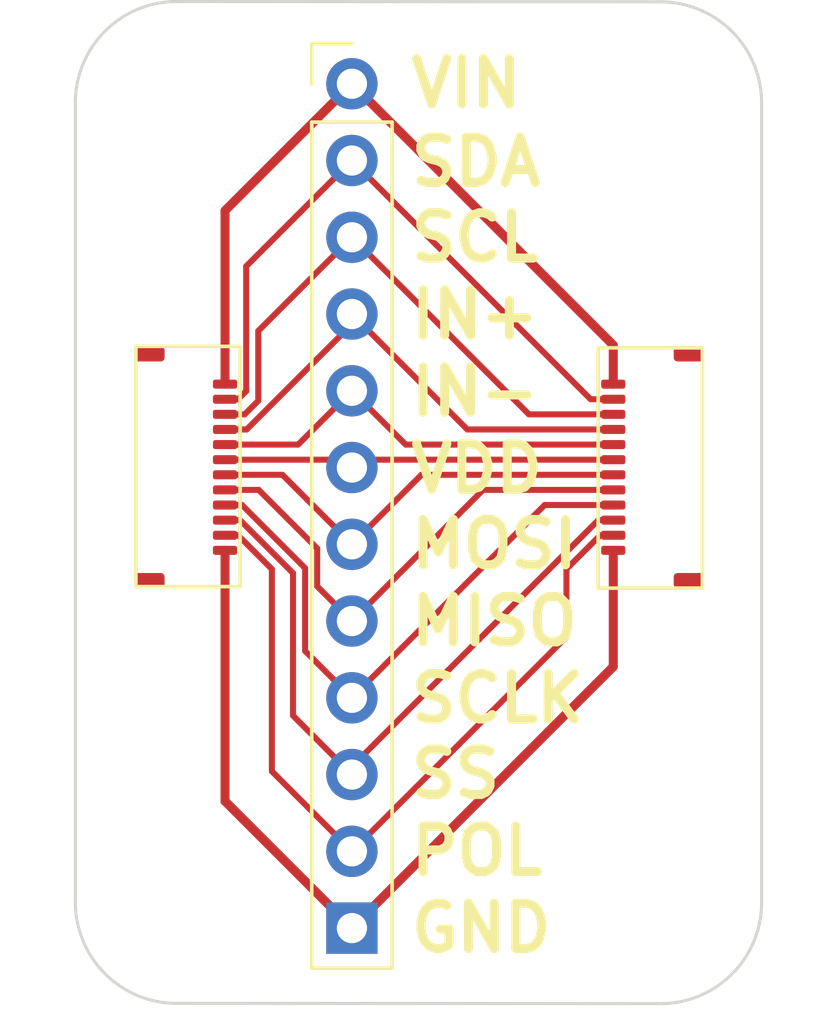
<source format=kicad_pcb>
(kicad_pcb (version 20221018) (generator pcbnew)
  (layers (0 "F.Cu" signal) (31 "B.Cu" signal) (34 "B.Paste" user) (35 "F.Paste" user) (36 "B.SilkS" user "B.Silkscreen") (37 "F.SilkS" user "F.Silkscreen") (38 "B.Mask" user) (39 "F.Mask" user) (44 "Edge.Cuts" user))
  (net 0 "")
  (net 3 "/VIN")
  (net 4 "/SDA1")
  (net 5 "/SCL1")
  (net 6 "/IN+")
  (net 7 "/IN-")
  (net 8 "/VDD")
  (net 9 "/MOSI1")
  (net 10 "/MISO1")
  (net 11 "/SCLK")
  (net 12 "/SS")
  (net 13 "/POL1")
  (net 14 "/GND")
  (footprint "Connector_PinHeader_2.54mm:PinHeader_1x12_P2.54mm_Vertical" (layer "F.Cu") (at 57.45 34.81)
    (fp_text reference "J3" hide)
    (fp_text value "Conn_01x12")
    (fp_line (start -1.33 -1.33) (end 0 -1.33) (stroke (width 0.12)) (layer "F.SilkS"))
    (fp_line (start -1.33 0) (end -1.33 -1.33) (stroke (width 0.12)) (layer "F.SilkS"))
    (fp_line (start -1.33 1.27) (end -1.33 29.27) (stroke (width 0.12)) (layer "F.SilkS"))
    (fp_line (start -1.33 1.27) (end 1.33 1.27) (stroke (width 0.12)) (layer "F.SilkS"))
    (fp_line (start -1.33 29.27) (end 1.33 29.27) (stroke (width 0.12)) (layer "F.SilkS"))
    (fp_line (start 1.33 1.27) (end 1.33 29.27) (stroke (width 0.12)) (layer "F.SilkS"))
    (pad "1" thru_hole circle (at 0 0) (size 1.7 1.7) (drill 1) (layers "*.Cu" "*.Mask") (net 3 "/VIN"))
    (pad "2" thru_hole oval (at 0 2.54) (size 1.7 1.7) (drill 1) (layers "*.Cu" "*.Mask") (net 4 "/SDA1"))
    (pad "3" thru_hole oval (at 0 5.08) (size 1.7 1.7) (drill 1) (layers "*.Cu" "*.Mask") (net 5 "/SCL1"))
    (pad "4" thru_hole oval (at 0 7.62) (size 1.7 1.7) (drill 1) (layers "*.Cu" "*.Mask") (net 6 "/IN+"))
    (pad "5" thru_hole oval (at 0 10.16) (size 1.7 1.7) (drill 1) (layers "*.Cu" "*.Mask") (net 7 "/IN-"))
    (pad "6" thru_hole oval (at 0 12.7) (size 1.7 1.7) (drill 1) (layers "*.Cu" "*.Mask") (net 8 "/VDD"))
    (pad "7" thru_hole oval (at 0 15.24) (size 1.7 1.7) (drill 1) (layers "*.Cu" "*.Mask") (net 9 "/MOSI1"))
    (pad "8" thru_hole oval (at 0 17.78) (size 1.7 1.7) (drill 1) (layers "*.Cu" "*.Mask") (net 10 "/MISO1"))
    (pad "9" thru_hole oval (at 0 20.32) (size 1.7 1.7) (drill 1) (layers "*.Cu" "*.Mask") (net 11 "/SCLK"))
    (pad "10" thru_hole oval (at 0 22.86) (size 1.7 1.7) (drill 1) (layers "*.Cu" "*.Mask") (net 12 "/SS"))
    (pad "11" thru_hole oval (at 0 25.4) (size 1.7 1.7) (drill 1) (layers "*.Cu" "*.Mask") (net 13 "/POL1"))
    (pad "12" thru_hole rect (at 0 27.94) (size 1.7 1.7) (drill 1) (layers "*.Cu" "*.Mask") (net 14 "/GND"))
  )
  (footprint "Optacon_common:Hirose_FH34SRJ-12S-0.5SH" (layer "F.Cu") (at 67.2 47.5 90)
    (fp_text reference "J1" hide)
    (fp_text value "Conn_01x12_MountingPin")
    (fp_rect (start -4 1.85) (end 3.95 -1.6) (stroke (width 0.12)) (fill none) (layer "F.SilkS"))
    (pad "1" smd roundrect (at 2.75 -1.1 90) (size 0.3 0.8) (layers "F.Cu" "F.Paste" "F.Mask") (net 3 "/VIN"))
    (pad "2" smd roundrect (at 2.25 -1.1 90) (size 0.3 0.8) (layers "F.Cu" "F.Paste" "F.Mask") (net 4 "/SDA1"))
    (pad "3" smd roundrect (at 1.75 -1.1 90) (size 0.3 0.8) (layers "F.Cu" "F.Paste" "F.Mask") (net 5 "/SCL1"))
    (pad "4" smd roundrect (at 1.25 -1.1 90) (size 0.3 0.8) (layers "F.Cu" "F.Paste" "F.Mask") (net 6 "/IN+"))
    (pad "5" smd roundrect (at 0.75 -1.1 90) (size 0.3 0.8) (layers "F.Cu" "F.Paste" "F.Mask") (net 7 "/IN-"))
    (pad "6" smd roundrect (at 0.25 -1.1 90) (size 0.3 0.8) (layers "F.Cu" "F.Paste" "F.Mask") (net 8 "/VDD"))
    (pad "7" smd roundrect (at -0.25 -1.1 90) (size 0.3 0.8) (layers "F.Cu" "F.Paste" "F.Mask") (net 9 "/MOSI1"))
    (pad "8" smd roundrect (at -0.75 -1.1 90) (size 0.3 0.8) (layers "F.Cu" "F.Paste" "F.Mask") (net 10 "/MISO1"))
    (pad "9" smd roundrect (at -1.25 -1.1 90) (size 0.3 0.8) (layers "F.Cu" "F.Paste" "F.Mask") (net 11 "/SCLK"))
    (pad "10" smd roundrect (at -1.75 -1.1 90) (size 0.3 0.8) (layers "F.Cu" "F.Paste" "F.Mask") (net 12 "/SS"))
    (pad "11" smd roundrect (at -2.25 -1.1 90) (size 0.3 0.8) (layers "F.Cu" "F.Paste" "F.Mask") (net 13 "/POL1"))
    (pad "12" smd roundrect (at -2.75 -1.1 90) (size 0.3 0.8) (layers "F.Cu" "F.Mask") (net 14 "/GND"))
    (pad "MP" smd roundrect (at -3.75 1.4 90) (size 0.5 1) (layers "F.Cu" "F.Paste" "F.Mask"))
    (pad "MP" smd roundrect (at 3.75 1.4 90) (size 0.5 1) (layers "F.Cu" "F.Paste" "F.Mask"))
  )
  (footprint "Optacon_common:Hirose_FH34SRJ-12S-0.5SH" (layer "F.Cu") (at 52.15 47.5 -90)
    (fp_text reference "J2" hide)
    (fp_text value "Conn_01x12_MountingPin")
    (fp_rect (start -4 1.85) (end 3.95 -1.6) (stroke (width 0.12)) (fill none) (layer "F.SilkS"))
    (pad "1" smd roundrect (at 2.75 -1.1 270) (size 0.3 0.8) (layers "F.Cu" "F.Paste" "F.Mask") (net 14 "/GND"))
    (pad "2" smd roundrect (at 2.25 -1.1 270) (size 0.3 0.8) (layers "F.Cu" "F.Paste" "F.Mask") (net 13 "/POL1"))
    (pad "3" smd roundrect (at 1.75 -1.1 270) (size 0.3 0.8) (layers "F.Cu" "F.Paste" "F.Mask") (net 12 "/SS"))
    (pad "4" smd roundrect (at 1.25 -1.1 270) (size 0.3 0.8) (layers "F.Cu" "F.Paste" "F.Mask") (net 11 "/SCLK"))
    (pad "5" smd roundrect (at 0.75 -1.1 270) (size 0.3 0.8) (layers "F.Cu" "F.Paste" "F.Mask") (net 10 "/MISO1"))
    (pad "6" smd roundrect (at 0.25 -1.1 270) (size 0.3 0.8) (layers "F.Cu" "F.Paste" "F.Mask") (net 9 "/MOSI1"))
    (pad "7" smd roundrect (at -0.25 -1.1 270) (size 0.3 0.8) (layers "F.Cu" "F.Paste" "F.Mask") (net 8 "/VDD"))
    (pad "8" smd roundrect (at -0.75 -1.1 270) (size 0.3 0.8) (layers "F.Cu" "F.Paste" "F.Mask") (net 7 "/IN-"))
    (pad "9" smd roundrect (at -1.25 -1.1 270) (size 0.3 0.8) (layers "F.Cu" "F.Paste" "F.Mask") (net 6 "/IN+"))
    (pad "10" smd roundrect (at -1.75 -1.1 270) (size 0.3 0.8) (layers "F.Cu" "F.Paste" "F.Mask") (net 5 "/SCL1"))
    (pad "11" smd roundrect (at -2.25 -1.1 270) (size 0.3 0.8) (layers "F.Cu" "F.Paste" "F.Mask") (net 4 "/SDA1"))
    (pad "12" smd roundrect (at -2.75 -1.1 270) (size 0.3 0.8) (layers "F.Cu" "F.Mask") (net 3 "/VIN"))
    (pad "MP" smd roundrect (at -3.75 1.4 270) (size 0.5 1) (layers "F.Cu" "F.Paste" "F.Mask"))
    (pad "MP" smd roundrect (at 3.75 1.4 270) (size 0.5 1) (layers "F.Cu" "F.Paste" "F.Mask"))
  )
  (gr_line (start 67.558677 65.249954) (end 51.547331 65.239809) (stroke (width 0.1)) (layer "Edge.Cuts"))
  (gr_line (start 67.760191 32.1) (end 51.748845 32.089855) (stroke (width 0.1)) (layer "Edge.Cuts"))
  (gr_arc (start 67.760191 32.1) (mid 70.1 33.152669) (end 71.010145 35.551514) (stroke (width 0.1)) (layer "Edge.Cuts"))
  (gr_arc (start 48.297331 35.339809) (mid 49.35 33) (end 51.748845 32.089855) (stroke (width 0.1)) (layer "Edge.Cuts"))
  (gr_arc (start 71.010191 62) (mid 69.957522 64.339809) (end 67.558677 65.249954) (stroke (width 0.1)) (layer "Edge.Cuts"))
  (gr_arc (start 51.547331 65.239809) (mid 49.207522 64.18714) (end 48.297377 61.788295) (stroke (width 0.1)) (layer "Edge.Cuts"))
  (gr_line (start 71.010145 35.551514) (end 71.010191 62) (stroke (width 0.1)) (layer "Edge.Cuts"))
  (gr_line (start 48.297331 35.339809) (end 48.297377 61.788295) (stroke (width 0.1)) (layer "Edge.Cuts"))
  (gr_text "SCLK" (at 59.25 55.15) (layer "F.SilkS") (effects (font (size 1.5 1.5) (thickness 0.3) bold) (justify left)))
  (gr_text "SCL" (at 59.25 39.9) (layer "F.SilkS") (effects (font (size 1.5 1.5) (thickness 0.3) bold) (justify left)))
  (gr_text "IN+" (at 59.25 42.45) (layer "F.SilkS") (effects (font (size 1.5 1.5) (thickness 0.3) bold) (justify left)))
  (gr_text "VDD" (at 59.25 47.55) (layer "F.SilkS") (effects (font (size 1.5 1.5) (thickness 0.3) bold) (justify left)))
  (gr_text "SDA" (at 59.25 37.4) (layer "F.SilkS") (effects (font (size 1.5 1.5) (thickness 0.3) bold) (justify left)))
  (gr_text "VIN" (at 59.25 34.8) (layer "F.SilkS") (effects (font (size 1.5 1.5) (thickness 0.3) bold) (justify left)))
  (gr_text "POL" (at 59.25 60.2) (layer "F.SilkS") (effects (font (size 1.5 1.5) (thickness 0.3) bold) (justify left)))
  (gr_text "MOSI" (at 59.25 50.05) (layer "F.SilkS") (effects (font (size 1.5 1.5) (thickness 0.3) bold) (justify left)))
  (gr_text "IN-" (at 59.25 45) (layer "F.SilkS") (effects (font (size 1.5 1.5) (thickness 0.3) bold) (justify left)))
  (gr_text "SS" (at 59.25 57.65) (layer "F.SilkS") (effects (font (size 1.5 1.5) (thickness 0.3) bold) (justify left)))
  (gr_text "GND" (at 59.25 62.75) (layer "F.SilkS") (effects (font (size 1.5 1.5) (thickness 0.3) bold) (justify left)))
  (gr_text "MISO" (at 59.25 52.6) (layer "F.SilkS") (effects (font (size 1.5 1.5) (thickness 0.3) bold) (justify left)))
  (segment (start 66.1 43.46) (end 66.1 44.75) (width 0.3) (layer "F.Cu") (net 3))
  (segment (start 53.25 39.01) (end 53.25 44.75) (width 0.3) (layer "F.Cu") (net 3))
  (segment (start 57.45 34.81) (end 53.25 39.01) (width 0.3) (layer "F.Cu") (net 3))
  (segment (start 57.45 34.81) (end 66.1 43.46) (width 0.3) (layer "F.Cu") (net 3))
  (segment (start 65.35 45.25) (end 57.45 37.35) (width 0.2) (layer "F.Cu") (net 4))
  (segment (start 66.1 45.25) (end 65.35 45.25) (width 0.2) (layer "F.Cu") (net 4))
  (segment (start 53.95 40.85) (end 53.95 44.98033) (width 0.2) (layer "F.Cu") (net 4))
  (segment (start 53.95 44.98033) (end 53.68033 45.25) (width 0.2) (layer "F.Cu") (net 4))
  (segment (start 53.68033 45.25) (end 53.25 45.25) (width 0.2) (layer "F.Cu") (net 4))
  (segment (start 57.45 37.35) (end 53.95 40.85) (width 0.2) (layer "F.Cu") (net 4))
  (segment (start 53.9 45.75) (end 53.25 45.75) (width 0.2) (layer "F.Cu") (net 5))
  (segment (start 66.1 45.75) (end 63.31 45.75) (width 0.2) (layer "F.Cu") (net 5))
  (segment (start 54.35 42.99) (end 54.35 45.3) (width 0.2) (layer "F.Cu") (net 5))
  (segment (start 54.35 45.3) (end 53.9 45.75) (width 0.2) (layer "F.Cu") (net 5))
  (segment (start 57.45 39.89) (end 54.35 42.99) (width 0.2) (layer "F.Cu") (net 5))
  (segment (start 63.31 45.75) (end 57.45 39.89) (width 0.2) (layer "F.Cu") (net 5))
  (segment (start 61.27 46.25) (end 57.45 42.43) (width 0.2) (layer "F.Cu") (net 6))
  (segment (start 66.1 46.25) (end 61.27 46.25) (width 0.2) (layer "F.Cu") (net 6))
  (segment (start 57.45 42.43) (end 57.45 42.765686) (width 0.2) (layer "F.Cu") (net 6))
  (segment (start 57.45 42.765686) (end 53.965686 46.25) (width 0.2) (layer "F.Cu") (net 6))
  (segment (start 53.965686 46.25) (end 53.25 46.25) (width 0.2) (layer "F.Cu") (net 6))
  (segment (start 59.23 46.75) (end 57.45 44.97) (width 0.2) (layer "F.Cu") (net 7))
  (segment (start 55.67 46.75) (end 53.25 46.75) (width 0.2) (layer "F.Cu") (net 7))
  (segment (start 57.45 44.97) (end 55.67 46.75) (width 0.2) (layer "F.Cu") (net 7))
  (segment (start 66.1 46.75) (end 59.23 46.75) (width 0.2) (layer "F.Cu") (net 7))
  (segment (start 57.71 47.25) (end 57.45 47.51) (width 0.2) (layer "F.Cu") (net 8))
  (segment (start 57.45 47.51) (end 57.19 47.25) (width 0.2) (layer "F.Cu") (net 8))
  (segment (start 57.19 47.25) (end 53.25 47.25) (width 0.2) (layer "F.Cu") (net 8))
  (segment (start 66.1 47.25) (end 57.71 47.25) (width 0.2) (layer "F.Cu") (net 8))
  (segment (start 57.45 50.05) (end 55.15 47.75) (width 0.2) (layer "F.Cu") (net 9))
  (segment (start 66.1 47.75) (end 59.75 47.75) (width 0.2) (layer "F.Cu") (net 9))
  (segment (start 55.15 47.75) (end 53.25 47.75) (width 0.2) (layer "F.Cu") (net 9))
  (segment (start 59.75 47.75) (end 57.45 50.05) (width 0.2) (layer "F.Cu") (net 9))
  (segment (start 56.3 50.184314) (end 54.365686 48.25) (width 0.2) (layer "F.Cu") (net 10))
  (segment (start 54.365686 48.25) (end 53.25 48.25) (width 0.2) (layer "F.Cu") (net 10))
  (segment (start 56.3 51.44) (end 56.3 50.184314) (width 0.2) (layer "F.Cu") (net 10))
  (segment (start 61.79 48.25) (end 57.45 52.59) (width 0.2) (layer "F.Cu") (net 10))
  (segment (start 66.1 48.25) (end 61.79 48.25) (width 0.2) (layer "F.Cu") (net 10))
  (segment (start 57.45 52.59) (end 56.3 51.44) (width 0.2) (layer "F.Cu") (net 10))
  (segment (start 55.9 53.58) (end 57.45 55.13) (width 0.2) (layer "F.Cu") (net 11))
  (segment (start 63.83 48.75) (end 57.45 55.13) (width 0.2) (layer "F.Cu") (net 11))
  (segment (start 53.8117 48.75) (end 55.9 50.8383) (width 0.2) (layer "F.Cu") (net 11))
  (segment (start 55.9 50.8383) (end 55.9 53.58) (width 0.2) (layer "F.Cu") (net 11))
  (segment (start 53.25 48.75) (end 53.8117 48.75) (width 0.2) (layer "F.Cu") (net 11))
  (segment (start 66.1 48.75) (end 63.83 48.75) (width 0.2) (layer "F.Cu") (net 11))
  (segment (start 65.603984 49.25) (end 57.45 57.403984) (width 0.2) (layer "F.Cu") (net 12))
  (segment (start 66.1 49.25) (end 65.603984 49.25) (width 0.2) (layer "F.Cu") (net 12))
  (segment (start 53.746015 49.25) (end 55.5 51.003985) (width 0.2) (layer "F.Cu") (net 12))
  (segment (start 55.5 55.72) (end 57.45 57.67) (width 0.2) (layer "F.Cu") (net 12))
  (segment (start 57.45 57.403984) (end 57.45 57.67) (width 0.2) (layer "F.Cu") (net 12))
  (segment (start 55.5 51.003985) (end 55.5 55.72) (width 0.2) (layer "F.Cu") (net 12))
  (segment (start 53.25 49.25) (end 53.746015 49.25) (width 0.2) (layer "F.Cu") (net 12))
  (segment (start 54.8 50.86967) (end 54.8 57.56) (width 0.2) (layer "F.Cu") (net 13))
  (segment (start 65.66967 49.75) (end 64.55 50.86967) (width 0.2) (layer "F.Cu") (net 13))
  (segment (start 53.25 49.75) (end 53.68033 49.75) (width 0.2) (layer "F.Cu") (net 13))
  (segment (start 64.55 50.86967) (end 64.55 53.11) (width 0.2) (layer "F.Cu") (net 13))
  (segment (start 53.68033 49.75) (end 54.8 50.86967) (width 0.2) (layer "F.Cu") (net 13))
  (segment (start 54.8 57.56) (end 57.45 60.21) (width 0.2) (layer "F.Cu") (net 13))
  (segment (start 66.1 49.75) (end 65.66967 49.75) (width 0.2) (layer "F.Cu") (net 13))
  (segment (start 64.55 53.11) (end 57.45 60.21) (width 0.2) (layer "F.Cu") (net 13))
  (segment (start 53.25 58.55) (end 57.45 62.75) (width 0.3) (layer "F.Cu") (net 14))
  (segment (start 53.25 50.25) (end 53.25 58.55) (width 0.3) (layer "F.Cu") (net 14))
  (segment (start 66.1 54.1) (end 57.45 62.75) (width 0.3) (layer "F.Cu") (net 14))
  (segment (start 66.1 50.25) (end 66.1 54.1) (width 0.3) (layer "F.Cu") (net 14))
)
</source>
